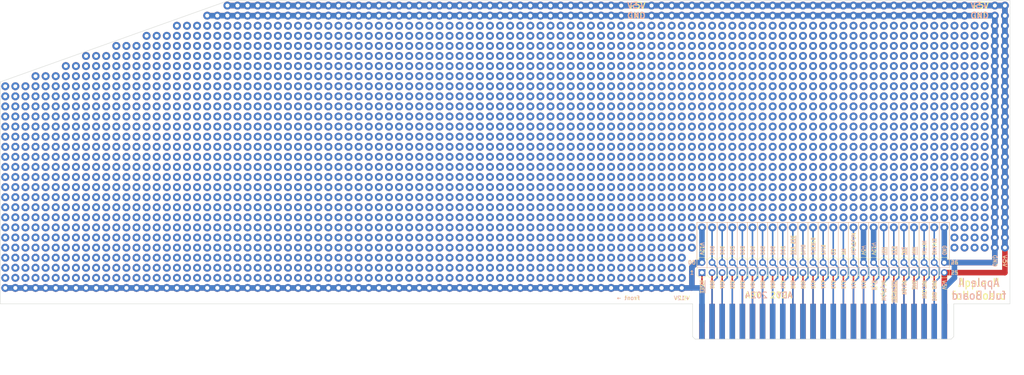
<source format=kicad_pcb>
(kicad_pcb (version 20211014) (generator pcbnew)
  (layers (0 "F.Cu" signal) (31 "B.Cu" signal) (34 "B.Paste" user) (35 "F.Paste" user) (36 "B.SilkS" user "B.Silkscreen") (37 "F.SilkS" user "F.Silkscreen") (38 "B.Mask" user) (39 "F.Mask" user) (44 "Edge.Cuts" user))
  (net 0 "")
  (net 1 "/~{IO_SELECT}")
  (net 2 "/A00")
  (net 3 "/A01")
  (net 4 "/A02")
  (net 5 "/A03")
  (net 6 "/A04")
  (net 7 "/A05")
  (net 8 "/A06")
  (net 9 "/A07")
  (net 10 "/A08")
  (net 11 "/A09")
  (net 12 "/A10")
  (net 13 "/A11")
  (net 14 "/A12")
  (net 15 "/A13")
  (net 16 "/A14")
  (net 17 "/A15")
  (net 18 "/R{slash}~{W}")
  (net 19 "/NC{slash}Sync")
  (net 20 "/~{IO_STROBE}")
  (net 21 "/RDY")
  (net 22 "/~{DMA}")
  (net 23 "/INT_OUT")
  (net 24 "/DMA_OUT")
  (net 25 "+5V")
  (net 26 "GND")
  (net 27 "/DMA_IN")
  (net 28 "/INT_IN")
  (net 29 "/~{NMI}")
  (net 30 "/~{IRQ}")
  (net 31 "/~{RES}")
  (net 32 "/~{INH}")
  (net 33 "-12V")
  (net 34 "-5V")
  (net 35 "/NC{slash}Color")
  (net 36 "/7M")
  (net 37 "/Q3")
  (net 38 "/Phi0")
  (net 39 "/USER_1")
  (net 40 "/Phi1")
  (net 41 "/~{DEVICE_SELECT}")
  (net 42 "/D07")
  (net 43 "/D06")
  (net 44 "/D05")
  (net 45 "/D04")
  (net 46 "/D03")
  (net 47 "/D02")
  (net 48 "/D01")
  (net 49 "/D00")
  (net 50 "+12V")
  (footprint "Apple2:PinHeader_2x25_P2.54mm_Vertical" (layer "F.Cu") (at 196.53 124.36 90)
    (fp_text reference "J2" hide)
    (fp_text value "Apple II Bus Card Pin Header" hide)
  )
  (footprint "Apple2:Protoboard 90x39" (layer "F.Cu") (at 176.21 128.215)
    (fp_text reference "REF**" hide)
    (fp_text value "Protoboard 29x39" hide)
  )
  (footprint "Apple2:Bus_Apple_II_Card" (layer "F.Cu") (at 196.53 136.66)
    (fp_text reference "J1" hide)
    (fp_text value "Apple II Bus Card Edge")
    (fp_line (start 63.33 -4.445) (end 66.04 -4.445) (layer "Edge.Cuts") (width 0.1))
    (fp_line (start -1.735 4.445) (end 62.695 4.445) (layer "Edge.Cuts") (width 0.1))
    (fp_line (start 62.695 4.445) (end 63.33 3.81) (layer "Edge.Cuts") (width 0.1))
    (fp_line (start -2.37 -4.445) (end -2.37 3.81) (layer "Edge.Cuts") (width 0.1))
    (fp_line (start -2.37 3.81) (end -1.735 4.445) (layer "Edge.Cuts") (width 0.1))
    (fp_line (start -5.08 -4.445) (end -2.37 -4.445) (layer "Edge.Cuts") (width 0.1))
    (fp_line (start 63.33 3.81) (end 63.33 -4.445) (layer "Edge.Cuts") (width 0.1))
  )
  (gr_line (start 210.5 123.09) (end 210.5 111.705) (layer "B.SilkS") (width 0.1))
  (gr_line (start 205.42 123.09) (end 205.42 111.705) (layer "B.SilkS") (width 0.1))
  (gr_line (start 223.2 123.09) (end 223.2 111.705) (layer "B.SilkS") (width 0.1))
  (gr_line (start 220.66 123.09) (end 220.66 111.705) (layer "B.SilkS") (width 0.1))
  (gr_line (start 197.8 123.09) (end 197.8 111.705) (layer "B.SilkS") (width 0.1))
  (gr_line (start 218.12 123.09) (end 218.12 111.705) (layer "B.SilkS") (width 0.1))
  (gr_line (start 195.26 111.705) (end 258.76 111.705) (layer "B.SilkS") (width 0.1))
  (gr_line (start 233.36 123.09) (end 233.36 111.705) (layer "B.SilkS") (width 0.1))
  (gr_line (start 200.34 123.09) (end 200.34 111.705) (layer "B.SilkS") (width 0.1))
  (gr_line (start 248.6 123.09) (end 248.6 111.705) (layer "B.SilkS") (width 0.1))
  (gr_line (start 246.06 123.09) (end 246.06 111.705) (layer "B.SilkS") (width 0.1))
  (gr_line (start 235.9 123.09) (end 235.9 111.705) (layer "B.SilkS") (width 0.1))
  (gr_line (start 202.88 123.09) (end 202.88 111.705) (layer "B.SilkS") (width 0.1))
  (gr_line (start 251.14 123.09) (end 251.14 111.705) (layer "B.SilkS") (width 0.1))
  (gr_line (start 253.68 123.09) (end 253.68 111.705) (layer "B.SilkS") (width 0.1))
  (gr_line (start 215.58 123.09) (end 215.58 111.705) (layer "B.SilkS") (width 0.1))
  (gr_line (start 213.04 123.09) (end 213.04 111.705) (layer "B.SilkS") (width 0.1))
  (gr_line (start 238.44 123.09) (end 238.44 111.705) (layer "B.SilkS") (width 0.1))
  (gr_line (start 195.26 123.09) (end 258.76 123.09) (layer "B.SilkS") (width 0.1))
  (gr_line (start 256.22 123.09) (end 256.22 111.705) (layer "B.SilkS") (width 0.1))
  (gr_line (start 195.26 123.09) (end 195.26 111.705) (layer "B.SilkS") (width 0.1))
  (gr_line (start 230.82 123.09) (end 230.82 111.705) (layer "B.SilkS") (width 0.1))
  (gr_line (start 240.98 123.09) (end 240.98 111.705) (layer "B.SilkS") (width 0.1))
  (gr_line (start 225.74 123.09) (end 225.74 111.705) (layer "B.SilkS") (width 0.1))
  (gr_line (start 228.28 123.09) (end 228.28 111.705) (layer "B.SilkS") (width 0.1))
  (gr_line (start 258.76 123.09) (end 258.76 111.705) (layer "B.SilkS") (width 0.1))
  (gr_line (start 243.52 123.09) (end 243.52 111.705) (layer "B.SilkS") (width 0.1))
  (gr_line (start 207.96 123.09) (end 207.96 111.705) (layer "B.SilkS") (width 0.1))
  (gr_line (start 240.98 121.185) (end 240.98 111.705) (layer "F.SilkS") (width 0.1))
  (gr_line (start 230.82 121.185) (end 230.82 111.705) (layer "F.SilkS") (width 0.1))
  (gr_line (start 243.52 121.185) (end 243.52 111.705) (layer "F.SilkS") (width 0.1))
  (gr_line (start 195.26 121.185) (end 195.26 111.705) (layer "F.SilkS") (width 0.1))
  (gr_line (start 258.76 121.185) (end 258.76 111.705) (layer "F.SilkS") (width 0.1))
  (gr_line (start 238.44 121.185) (end 238.44 111.705) (layer "F.SilkS") (width 0.1))
  (gr_line (start 197.8 121.185) (end 197.8 111.705) (layer "F.SilkS") (width 0.1))
  (gr_line (start 213.04 121.185) (end 213.04 111.705) (layer "F.SilkS") (width 0.1))
  (gr_line (start 220.66 121.185) (end 220.66 111.705) (layer "F.SilkS") (width 0.1))
  (gr_line (start 235.9 121.185) (end 235.9 111.705) (layer "F.SilkS") (width 0.1))
  (gr_line (start 228.28 121.185) (end 228.28 111.705) (layer "F.SilkS") (width 0.1))
  (gr_line (start 210.5 121.185) (end 210.5 111.705) (layer "F.SilkS") (width 0.1))
  (gr_line (start 223.2 121.185) (end 223.2 111.705) (layer "F.SilkS") (width 0.1))
  (gr_line (start 205.42 121.185) (end 205.42 111.705) (layer "F.SilkS") (width 0.1))
  (gr_line (start 218.12 121.185) (end 218.12 111.705) (layer "F.SilkS") (width 0.1))
  (gr_line (start 253.68 121.185) (end 253.68 111.705) (layer "F.SilkS") (width 0.1))
  (gr_line (start 195.26 111.705) (end 258.76 111.705) (layer "F.SilkS") (width 0.1))
  (gr_line (start 225.74 121.185) (end 225.74 111.705) (layer "F.SilkS") (width 0.1))
  (gr_line (start 248.6 121.185) (end 248.6 111.705) (layer "F.SilkS") (width 0.1))
  (gr_line (start 246.06 121.185) (end 246.06 111.705) (layer "F.SilkS") (width 0.1))
  (gr_line (start 200.34 121.185) (end 200.34 111.705) (layer "F.SilkS") (width 0.1))
  (gr_line (start 256.22 121.185) (end 256.22 111.705) (layer "F.SilkS") (width 0.1))
  (gr_line (start 233.36 121.185) (end 233.36 111.705) (layer "F.SilkS") (width 0.1))
  (gr_line (start 207.96 121.185) (end 207.96 111.705) (layer "F.SilkS") (width 0.1))
  (gr_line (start 215.58 121.185) (end 215.58 111.705) (layer "F.SilkS") (width 0.1))
  (gr_line (start 251.14 121.185) (end 251.14 111.705) (layer "F.SilkS") (width 0.1))
  (gr_line (start 202.88 121.185) (end 202.88 111.705) (layer "F.SilkS") (width 0.1))
  (gr_line (start 262.57 132.215) (end 274 132.215) (layer "Edge.Cuts") (width 0.1))
  (gr_line (start 20 76.335) (end 77.46 55.825) (layer "Edge.Cuts") (width 0.1))
  (gr_line (start 191.45 132.215) (end 20 132.215) (layer "Edge.Cuts") (width 0.1))
  (gr_line (start 20 132.215) (end 20 76.335) (layer "Edge.Cuts") (width 0.1))
  (gr_line (start 274 55.825) (end 77.46 55.825) (layer "Edge.Cuts") (width 0.1))
  (gr_line (start 274 132.215) (end 274 55.825) (layer "Edge.Cuts") (width 0.1))
  (gr_text "A00" (at 199.07 126.13 -90) (layer "B.SilkS") (effects (font (size 1 0.8)) (justify right mirror)))
  (gr_text "A07" (at 216.85 126.13 -90) (layer "B.SilkS") (effects (font (size 1 0.8)) (justify right mirror)))
  (gr_text "+5V" (at 266.38 57.095) (layer "B.SilkS") (effects (font (size 1.5 1.5) (thickness 0.3)) (justify mirror)))
  (gr_text "Apple II\nfull Board" (at 266.176 128.524) (layer "B.SilkS") (effects (font (size 2 1.8) (thickness 0.3)) (justify mirror)))
  (gr_text "+5V" (at 272.73 121.412 -90) (layer "B.SilkS") (effects (font (size 1 1)) (justify mirror)))
  (gr_text "A12" (at 229.55 126.13 -90) (layer "B.SilkS") (effects (font (size 1 0.8)) (justify right mirror)))
  (gr_text "R/~{W}" (at 239.71 126.13 -90) (layer "B.SilkS") (effects (font (size 1 0.8)) (justify right mirror)))
  (gr_text "D04" (at 209.23 120.05 -90) (layer "B.SilkS") (effects (font (size 1 0.8)) (justify left mirror)))
  (gr_text "GND" (at 257.49 120.05 -90) (layer "B.SilkS") (effects (font (size 1 0.8)) (justify left mirror)))
  (gr_text "~{IOSEL}" (at 196.53 126.13 -90) (layer "B.SilkS") (effects (font (size 1 0.8)) (justify right mirror)))
  (gr_text "7M" (at 232.09 120.05 -90) (layer "B.SilkS") (effects (font (size 1 0.8)) (justify left mirror)))
  (gr_text "DMA IN" (at 254.95 120.05 -90) (layer "B.SilkS") (effects (font (size 1 0.8)) (justify left mirror)))
  (gr_text "A15" (at 237.17 126.13 -90) (layer "B.SilkS") (effects (font (size 1 0.8)) (justify right mirror)))
  (gr_text "~{RES}" (at 244.79 120.05 -90) (layer "B.SilkS") (effects (font (size 1 0.8)) (justify left mirror)))
  (gr_text "1" (at 193.99 124.36) (layer "B.SilkS") (effects (font (size 1 1)) (justify mirror)))
  (gr_text "A11" (at 227.01 126.13 -90) (layer "B.SilkS") (effects (font (size 1 0.8)) (justify right mirror)))
  (gr_text "INT IN" (at 252.41 120.05 -90) (layer "B.SilkS") (effects (font (size 1 0.8)) (justify left mirror)))
  (gr_text "Front →" (at 174.94 130.755) (layer "B.SilkS") (effects (font (size 1 1)) (justify right mirror)))
  (gr_text "D00" (at 199.07 120.05 -90) (layer "B.SilkS") (effects (font (size 1 0.8)) (justify left mirror)))
  (gr_text "25" (at 260.08 124.36) (layer "B.SilkS") (effects (font (size 1 1)) (justify mirror)))
  (gr_text "READY" (at 247.33 126.13 -90) (layer "B.SilkS") (effects (font (size 1 0.8)) (justify right mirror)))
  (gr_text "GND" (at 266.38 59.635) (layer "B.SilkS") (effects (font (size 1.5 1.5) (thickness 0.3)) (justify mirror)))
  (gr_text "Phi1" (at 227.01 120.05 -90) (layer "B.SilkS") (effects (font (size 1 0.8)) (justify left mirror)))
  (gr_text "~{NMI}" (at 249.87 120.05 -90) (layer "B.SilkS") (effects (font (size 1 0.8)) (justify left mirror)))
  (gr_text "ADY  2024" (at 213.344 130.048) (layer "B.SilkS") (effects (font (size 1.5 1.5) (thickness 0.25)) (justify mirror)))
  (gr_text "D03" (at 206.69 120.05 -90) (layer "B.SilkS") (effects (font (size 1 0.8)) (justify left mirror)))
  (gr_text "+5V" (at 180.02 57.095) (layer "B.SilkS") (effects (font (size 1.5 1.5) (thickness 0.3)) (justify mirror)))
  (gr_text "USER 1" (at 224.47 120.05 -90) (layer "B.SilkS") (effects (font (size 1 0.8)) (justify left mirror)))
  (gr_text "~{DEV SEL}" (at 219.39 120.05 -90) (layer "B.SilkS") (effects (font (size 1 0.8)) (justify left mirror)))
  (gr_text "NC/Sync" (at 242.25 126.13 -90) (layer "B.SilkS") (effects (font (size 1 0.8)) (justify right mirror)))
  (gr_text "DMA OUT" (at 254.95 126.13 -90) (layer "B.SilkS") (effects (font (size 1 0.8)) (justify right mirror)))
  (gr_text "~{DMA}" (at 249.87 126.13 -90) (layer "B.SilkS") (effects (font (size 1 0.8)) (justify right mirror)))
  (gr_text "A02" (at 204.15 126.13 -90) (layer "B.SilkS") (effects (font (size 1 0.8)) (justify right mirror)))
  (gr_text "A09" (at 221.93 126.13 -90) (layer "B.SilkS") (effects (font (size 1 0.8)) (justify right mirror)))
  (gr_text "+12V" (at 196.53 120.05 -90) (layer "B.SilkS") (effects (font (size 1 0.8)) (justify left mirror)))
  (gr_text "A13" (at 232.09 126.13 -90) (layer "B.SilkS") (effects (font (size 1 0.8)) (justify right mirror)))
  (gr_text "A14" (at 234.63 126.13 -90) (layer "B.SilkS") (effects (font (size 1 0.8)) (justify right mirror)))
  (gr_text "D02" (at 204.15 120.05 -90) (layer "B.SilkS") (effects (font (size 1 0.8)) (justify left mirror)))
  (gr_text "Q3" (at 229.55 120.05 -90) (layer "B.SilkS") (effects (font (size 1 0.8)) (justify left mirror)))
  (gr_text "D07" (at 216.85 120.05 -90) (layer "B.SilkS") (effects (font (size 1 0.8)) (justify left mirror)))
  (gr_text "NC/Color" (at 234.63 120.05 -90) (layer "B.SilkS") (effects (font (size 1 0.8)) (justify left mirror)))
  (gr_text "Phi0" (at 221.93 120.05 -90) (layer "B.SilkS") (effects (font (size 1 0.8)) (justify left mirror)))
  (gr_text "GND" (at 180.02 59.635) (layer "B.SilkS") (effects (font (size 1.5 1.5) (thickness 0.3)) (justify mirror)))
  (gr_text "D05" (at 211.77 120.05 -90) (layer "B.SilkS") (effects (font (size 1 0.8)) (justify left mirror)))
  (gr_text "-5V" (at 237.17 120.05 -90) (layer "B.SilkS") (effects (font (size 1 0.8)) (justify left mirror)))
  (gr_text "A04" (at 209.23 126.13 -90) (layer "B.SilkS") (effects (font (size 1 0.8)) (justify right mirror)))
  (gr_text "D01" (at 201.61 120.05 -90) (layer "B.SilkS") (effects (font (size 1 0.8)) (justify left mirror)))
  (gr_text "A10" (at 224.47 126.13 -90) (layer "B.SilkS") (effects (font (size 1 0.8)) (justify right mirror)))
  (gr_text "A01" (at 201.61 126.13 -90) (layer "B.SilkS") (effects (font (size 1 0.8)) (justify right mirror)))
  (gr_text "~{IOSTROBE}" (at 244.79 126.13 -90) (layer "B.SilkS") (effects (font (size 1 0.8)) (justify right mirror)))
  (gr_text "+12V" (at 191.45 130.755) (layer "B.SilkS") (effects (font (size 1 1)) (justify mirror)))
  (gr_text "+5V" (at 257.49 126.13 -90) (layer "B.SilkS") (effects (font (size 1 0.8)) (justify right mirror)))
  (gr_text "A08" (at 219.39 126.13 -90) (layer "B.SilkS") (effects (font (size 1 0.8)) (justify right mirror)))
  (gr_text "~{INH}" (at 242.25 120.05 -90) (layer "B.SilkS") (effects (font (size 1 0.8)) (justify left mirror)))
  (gr_text "~{IRQ}" (at 247.33 120.05 -90) (layer "B.SilkS") (effects (font (size 1 0.8)) (justify left mirror)))
  (gr_text "50" (at 193.99 121.82) (layer "B.SilkS") (effects (font (size 1 1)) (justify mirror)))
  (gr_text "-12V" (at 239.71 120.05 -90) (layer "B.SilkS") (effects (font (size 1 0.8)) (justify left mirror)))
  (gr_text "D06" (at 214.31 120.05 -90) (layer "B.SilkS") (effects (font (size 1 0.8)) (justify left mirror)))
  (gr_text "26" (at 260.08 121.82) (layer "B.SilkS") (effects (font (size 1 1)) (justify mirror)))
  (gr_text "A06" (at 214.31 126.13 -90) (layer "B.SilkS") (effects (font (size 1 0.8)) (justify right mirror)))
  (gr_text "INT OUT" (at 252.41 126.13 -90) (layer "B.SilkS") (effects (font (size 1 0.8)) (justify right mirror)))
  (gr_text "A03" (at 206.69 126.13 -90) (layer "B.SilkS") (effects (font (size 1 0.8)) (justify right mirror)))
  (gr_text "GND" (at 270.19 121.412 -90) (layer "B.SilkS") (effects (font (size 1 1)) (justify mirror)))
  (gr_text "A05" (at 211.77 126.13 -90) (layer "B.SilkS") (effects (font (size 1 0.8)) (justify right mirror)))
  (gr_text "INT OUT" (at 252.41 126.13 -90) (layer "F.SilkS") (effects (font (size 1 0.8)) (justify left)))
  (gr_text "A10" (at 224.47 126.13 -90) (layer "F.SilkS") (effects (font (size 1 0.8)) (justify left)))
  (gr_text "USER 1" (at 224.47 120.05 -90) (layer "F.SilkS") (effects (font (size 1 0.8)) (justify right)))
  (gr_text "25" (at 260.08 124.36) (layer "F.SilkS") (effects (font (size 1 1))))
  (gr_text "-5V" (at 237.17 120.05 -90) (layer "F.SilkS") (effects (font (size 1 0.8)) (justify right)))
  (gr_text "NC/Color" (at 234.63 120.05 -90) (layer "F.SilkS") (effects (font (size 1 0.8)) (justify right)))
  (gr_text "A15" (at 237.17 126.13 -90) (layer "F.SilkS") (effects (font (size 1 0.8)) (justify left)))
  (gr_text "D07" (at 216.85 120.05 -90) (layer "F.SilkS") (effects (font (size 1 0.8)) (justify right)))
  (gr_text "-12V" (at 239.71 120.05 -90) (layer "F.SilkS") (effects (font (size 1 0.8)) (justify right)))
  (gr_text "A13" (at 232.09 126.13 -90) (layer "F.SilkS") (effects (font (size 1 0.8)) (justify left)))
  (gr_text "50" (at 193.99 121.82) (layer "F.SilkS") (effects (font (size 1 1))))
  (gr_text "+12V" (at 196.53 120.05 -90) (layer "F.SilkS") (effects (font (size 1 0.8)) (justify right)))
  (gr_text "Phi1" (at 227.01 120.05 -90) (layer "F.SilkS") (effects (font (size 1 0.8)) (justify right)))
  (gr_text "A01" (at 201.61 126.13 -90) (layer "F.SilkS") (effects (font (size 1 0.8)) (justify left)))
  (gr_text "GND" (at 270.19 121.412 -90) (layer "F.SilkS") (effects (font (size 1 1))))
  (gr_text "← Front" (at 174.94 130.755) (layer "F.SilkS") (effects (font (size 1 1)) (justify left)))
  (gr_text "ADY  2024" (at 213.344 130.048) (layer "F.SilkS") (effects (font (size 1.5 1.5) (thickness 0.25))))
  (gr_text "GND" (at 257.49 120.05 -90) (layer "F.SilkS") (effects (font (size 1 0.8)) (justify right)))
  (gr_text "~{INH}" (at 242.25 120.05 -90) (layer "F.SilkS") (effects (font (size 1 0.8)) (justify right)))
  (gr_text "7M" (at 232.09 120.05 -90) (layer "F.SilkS") (effects (font (size 1 0.8)) (justify right)))
  (gr_text "A04" (at 209.23 126.13 -90) (layer "F.SilkS") (effects (font (size 1 0.8)) (justify left)))
  (gr_text "~{DMA}" (at 249.87 126.13 -90) (layer "F.SilkS") (effects (font (size 1 0.8)) (justify left)))
  (gr_text "~{IOSTROBE}" (at 244.79 126.13 -90) (layer "F.SilkS") (effects (font (size 1 0.8)) (justify left)))
  (gr_text "+5V" (at 272.73 121.412 -90) (layer "F.SilkS") (effects (font (size 1 1))))
  (gr_text "A09" (at 221.93 126.13 -90) (layer "F.SilkS") (effects (font (size 1 0.8)) (justify left)))
  (gr_text "A14" (at 234.63 126.13 -90) (layer "F.SilkS") (effects (font (size 1 0.8)) (justify left)))
  (gr_text "~{IOSEL}" (at 196.53 126.13 -90) (layer "F.SilkS") (effects (font (size 1 0.8)) (justify left)))
  (gr_text "Phi0" (at 221.93 120.05 -90) (layer "F.SilkS") (effects (font (size 1 0.8)) (justify right)))
  (gr_text "INT IN" (at 252.41 120.05 -90) (layer "F.SilkS") (effects (font (size 1 0.8)) (justify right)))
  (gr_text "READY" (at 247.33 126.13 -90) (layer "F.SilkS") (effects (font (size 1 0.8)) (justify left)))
  (gr_text "D05" (at 211.77 120.05 -90) (layer "F.SilkS") (effects (font (size 1 0.8)) (justify right)))
  (gr_text "A12" (at 229.55 126.13 -90) (layer "F.SilkS") (effects (font (size 1 0.8)) (justify left)))
  (gr_text "GND" (at 266.38 59.635) (layer "F.SilkS") (effects (font (size 1.5 1.5) (thickness 0.3))))
  (gr_text "DMA IN" (at 254.95 120.05 -90) (layer "F.SilkS") (effects (font (size 1 0.8)) (justify right)))
  (gr_text "1" (at 193.99 124.36) (layer "F.SilkS") (effects (font (size 1 1))))
  (gr_text "A06" (at 214.31 126.13 -90) (layer "F.SilkS") (effects (font (size 1 0.8)) (justify left)))
  (gr_text "D03" (at 206.69 120.05 -90) (layer "F.SilkS") (effects (font (size 1 0.8)) (justify right)))
  (gr_text "D06" (at 214.31 120.05 -90) (layer "F.SilkS") (effects (font (size 1 0.8)) (justify right)))
  (gr_text "A11" (at 227.01 126.13 -90) (layer "F.SilkS") (effects (font (size 1 0.8)) (justify left)))
  (gr_text "+5V" (at 266.38 57.095) (layer "F.SilkS") (effects (font (size 1.5 1.5) (thickness 0.3))))
  (gr_text "D01" (at 201.61 120.05 -90) (layer "F.SilkS") (effects (font (size 1 0.8)) (justify right)))
  (gr_text "NC/Sync" (at 242.25 126.13 -90) (layer "F.SilkS") (effects (font (size 1 0.8)) (justify left)))
  (gr_text "D04" (at 209.23 120.05 -90) (layer "F.SilkS") (effects (font (size 1 0.8)) (justify right)))
  (gr_text "A02" (at 204.15 126.13 -90) (layer "F.SilkS") (effects (font (size 1 0.8)) (justify left)))
  (gr_text "D00" (at 199.07 120.05 -90) (layer "F.SilkS") (effects (font (size 1 0.8)) (justify right)))
  (gr_text "~{NMI}" (at 249.87 120.05 -90) (layer "F.SilkS") (effects (font (size 1 0.8)) (justify right)))
  (gr_text "+5V" (at 180.02 57.095) (layer "F.SilkS") (effects (font (size 1.5 1.5) (thickness 0.3))))
  (gr_text "GND" (at 180.02 59.635) (layer "F.SilkS") (effects (font (size 1.5 1.5) (thickness 0.3))))
  (gr_text "~{RES}" (at 244.79 120.05 -90) (layer "F.SilkS") (effects (font (size 1 0.8)) (justify right)))
  (gr_text "A03" (at 206.69 126.13 -90) (layer "F.SilkS") (effects (font (size 1 0.8)) (justify left)))
  (gr_text "A07" (at 216.85 126.13 -90) (layer "F.SilkS") (effects (font (size 1 0.8)) (justify left)))
  (gr_text "+5V" (at 257.49 126.13 -90) (layer "F.SilkS") (effects (font (size 1 0.8)) (justify left)))
  (gr_text "A08" (at 219.39 126.13 -90) (layer "F.SilkS") (effects (font (size 1 0.8)) (justify left)))
  (gr_text "DMA OUT" (at 254.95 126.13 -90) (layer "F.SilkS") (effects (font (size 1 0.8)) (justify left)))
  (gr_text "~{IRQ}" (at 247.33 120.05 -90) (layer "F.SilkS") (effects (font (size 1 0.8)) (justify right)))
  (gr_text "A00" (at 199.07 126.13 -90) (layer "F.SilkS") (effects (font (size 1 0.8)) (justify left)))
  (gr_text "+12V" (at 191.45 130.755) (layer "F.SilkS") (effects (font (size 1 1))))
  (gr_text "R/~{W}" (at 239.71 126.13 -90) (layer "F.SilkS") (effects (font (size 1 0.8)) (justify left)))
  (gr_text "D02" (at 204.15 120.05 -90) (layer "F.SilkS") (effects (font (size 1 0.8)) (justify right)))
  (gr_text "Q3" (at 229.55 120.05 -90) (layer "F.SilkS") (effects (font (size 1 0.8)) (justify right)))
  (gr_text "Apple II\nfull Board" (at 266.176 128.524) (layer "F.SilkS") (effects (font (size 2 1.8) (thickness 0.3))))
  (gr_text "26" (at 260.08 121.82) (layer "F.SilkS") (effects (font (size 1 1))))
  (gr_text "A05" (at 211.77 126.13 -90) (layer "F.SilkS") (effects (font (size 1 0.8)) (justify left)))
  (gr_text "~{DEV SEL}" (at 219.39 120.05 -90) (layer "F.SilkS") (effects (font (size 1 0.8)) (justify right)))
  (segment (start 196.53 136.66) (end 196.53 124.36) (width 0.4) (layer "F.Cu") (net 1))
  (segment (start 199.07 136.66) (end 199.07 124.36) (width 0.4) (layer "F.Cu") (net 2))
  (segment (start 201.61 136.66) (end 201.61 124.36) (width 0.4) (layer "F.Cu") (net 3))
  (segment (start 204.15 136.66) (end 204.15 124.36) (width 0.4) (layer "F.Cu") (net 4))
  (segment (start 206.69 136.66) (end 206.69 124.36) (width 0.4) (layer "F.Cu") (net 5))
  (segment (start 209.23 136.66) (end 209.23 124.36) (width 0.4) (layer "F.Cu") (net 6))
  (segment (start 211.77 136.66) (end 211.77 124.36) (width 0.4) (layer "F.Cu") (net 7))
  (segment (start 214.31 136.66) (end 214.31 124.36) (width 0.4) (layer "F.Cu") (net 8))
  (segment (start 216.85 136.66) (end 216.85 124.36) (width 0.4) (layer "F.Cu") (net 9))
  (segment (start 219.39 136.66) (end 219.39 124.36) (width 0.4) (layer "F.Cu") (net 10))
  (segment (start 221.93 136.66) (end 221.93 124.36) (width 0.4) (layer "F.Cu") (net 11))
  (segment (start 224.47 136.66) (end 224.47 124.36) (width 0.4) (layer "F.Cu") (net 12))
  (segment (start 227.01 136.66) (end 227.01 124.36) (width 0.4) (layer "F.Cu") (net 13))
  (segment (start 229.55 136.66) (end 229.55 124.36) (width 0.4) (layer "F.Cu") (net 14))
  (segment (start 232.09 136.66) (end 232.09 124.36) (width 0.4) (layer "F.Cu") (net 15))
  (segment (start 234.63 136.66) (end 234.63 124.36) (width 0.4) (layer "F.Cu") (net 16))
  (segment (start 237.17 136.66) (end 237.17 124.36) (width 0.4) (layer "F.Cu") (net 17))
  (segment (start 239.71 136.66) (end 239.71 124.36) (width 0.4) (layer "F.Cu") (net 18))
  (segment (start 242.25 136.66) (end 242.25 124.36) (width 0.4) (layer "F.Cu") (net 19))
  (segment (start 244.79 136.66) (end 244.79 124.36) (width 0.4) (layer "F.Cu") (net 20))
  (segment (start 247.33 136.66) (end 247.33 124.36) (width 0.4) (layer "F.Cu") (net 21))
  (segment (start 249.87 136.66) (end 249.87 124.36) (width 0.4) (layer "F.Cu") (net 22))
  (segment (start 252.41 136.66) (end 252.41 124.36) (width 0.4) (layer "F.Cu") (net 23))
  (segment (start 254.95 136.66) (end 254.95 124.36) (width 0.4) (layer "F.Cu") (net 24))
  (segment (start 257.49 124.36) (end 272.73 124.36) (width 1.4) (layer "F.Cu") (net 25))
  (segment (start 272.73 124.36) (end 272.73 57.095) (width 1.4) (layer "F.Cu") (net 25))
  (segment (start 257.49 124.36) (end 257.49 136.66) (width 1.4) (layer "F.Cu") (net 25))
  (segment (start 77.15 57.095) (end 272.73 57.095) (width 1.4) (layer "F.Cu") (net 25))
  (segment (start 272.73 118.055) (end 272.73 57.095) (width 1.4) (layer "B.Cu") (net 25))
  (segment (start 77.15 57.095) (end 272.73 57.095) (width 1.4) (layer "B.Cu") (net 25))
  (segment (start 270.19 121.82) (end 270.19 59.635) (width 1.4) (layer "F.Cu") (net 26))
  (segment (start 257.49 121.82) (end 270.19 121.82) (width 1.4) (layer "F.Cu") (net 26))
  (segment (start 270.19 59.635) (end 72.07 59.635) (width 1.4) (layer "F.Cu") (net 26))
  (segment (start 257.49 128.215) (end 260.03 125.675) (width 1.4) (layer "B.Cu") (net 26))
  (segment (start 260.03 125.675) (end 260.03 121.82) (width 1.4) (layer "B.Cu") (net 26))
  (segment (start 257.49 136.66) (end 257.49 128.215) (width 1.4) (layer "B.Cu") (net 26))
  (segment (start 257.49 121.82) (end 270.19 121.82) (width 1.4) (layer "B.Cu") (net 26))
  (segment (start 270.19 59.635) (end 72.07 59.635) (width 1.4) (layer "B.Cu") (net 26))
  (segment (start 270.19 121.82) (end 270.19 59.635) (width 1.4) (layer "B.Cu") (net 26))
  (segment (start 257.49 112.975) (end 257.49 121.82) (width 1.4) (layer "B.Cu") (net 26))
  (segment (start 254.95 126.9) (end 256.22 125.63) (width 0.4) (layer "B.Cu") (net 27))
  (segment (start 256.22 123.09) (end 254.95 121.82) (width 0.4) (layer "B.Cu") (net 27))
  (segment (start 254.95 112.975) (end 254.95 121.82) (width 0.4) (layer "B.Cu") (net 27))
  (segment (start 254.95 136.66) (end 254.95 126.9) (width 0.4) (layer "B.Cu") (net 27))
  (segment (start 256.22 125.63) (end 256.22 123.09) (width 0.4) (layer "B.Cu") (net 27))
  (segment (start 253.68 123.09) (end 252.41 121.82) (width 0.4) (layer "B.Cu") (net 28))
  (segment (start 252.41 126.9) (end 253.68 125.63) (width 0.4) (layer "B.Cu") (net 28))
  (segment (start 252.41 112.975) (end 252.41 121.82) (width 0.4) (layer "B.Cu") (net 28))
  (segment (start 253.68 125.63) (end 253.68 123.09) (width 0.4) (layer "B.Cu") (net 28))
  (segment (start 252.41 136.66) (end 252.41 126.9) (width 0.4) (layer "B.Cu") (net 28))
  (segment (start 249.87 136.66) (end 249.87 126.9) (width 0.4) (layer "B.Cu") (net 29))
  (segment (start 249.87 126.9) (end 251.14 125.63) (width 0.4) (layer "B.Cu") (net 29))
  (segment (start 249.87 112.975) (end 249.87 121.82) (width 0.4) (layer "B.Cu") (net 29))
  (segment (start 251.14 123.09) (end 249.87 121.82) (width 0.4) (layer "B.Cu") (net 29))
  (segment (start 251.14 125.63) (end 251.14 123.09) (width 0.4) (layer "B.Cu") (net 29))
  (segment (start 247.33 126.9) (end 248.6 125.63) (width 0.4) (layer "B.Cu") (net 30))
  (segment (start 247.33 112.975) (end 247.33 121.82) (width 0.4) (layer "B.Cu") (net 30))
  (segment (start 248.6 123.09) (end 247.33 121.82) (width 0.4) (layer "B.Cu") (net 30))
  (segment (start 248.6 125.63) (end 248.6 123.09) (width 0.4) (layer "B.Cu") (net 30))
  (segment (start 247.33 136.66) (end 247.33 126.9) (width 0.4) (layer "B.Cu") (net 30))
  (segment (start 244.79 126.9) (end 246.06 125.63) (width 0.4) (layer "B.Cu") (net 31))
  (segment (start 244.79 136.66) (end 244.79 126.9) (width 0.4) (layer "B.Cu") (net 31))
  (segment (start 244.79 112.975) (end 244.79 121.82) (width 0.4) (layer "B.Cu") (net 31))
  (segment (start 246.06 123.09) (end 244.79 121.82) (width 0.4) (layer "B.Cu") (net 31))
  (segment (start 246.06 125.63) (end 246.06 123.09) (width 0.4) (layer "B.Cu") (net 31))
  (segment (start 243.52 123.09) (end 242.25 121.82) (width 0.4) (layer "B.Cu") (net 32))
  (segment (start 243.52 125.63) (end 243.52 123.09) (width 0.4) (layer "B.Cu") (net 32))
  (segment (start 242.25 112.975) (end 242.25 121.82) (width 0.4) (layer "B.Cu") (net 32))
  (segment (start 242.25 136.66) (end 242.25 126.9) (width 0.4) (layer "B.Cu") (net 32))
  (segment (start 242.25 126.9) (end 243.52 125.63) (width 0.4) (layer "B.Cu") (net 32))
  (segment (start 239.71 121.82) (end 239.71 112.975) (width 1.4) (layer "B.Cu") (net 33))
  (segment (start 239.71 126.9) (end 240.98 125.63) (width 0.4) (layer "B.Cu") (net 33))
  (segment (start 240.98 125.63) (end 240.98 123.09) (width 0.4) (layer "B.Cu") (net 33))
  (segment (start 240.98 123.09) (end 239.71 121.82) (width 0.4) (layer "B.Cu") (net 33))
  (segment (start 239.71 136.66) (end 239.71 126.9) (width 0.4) (layer "B.Cu") (net 33))
  (segment (start 237.17 126.9) (end 238.44 125.63) (width 0.4) (layer "B.Cu") (net 34))
  (segment (start 237.17 136.66) (end 237.17 126.9) (width 0.4) (layer "B.Cu") (net 34))
  (segment (start 238.44 123.09) (end 237.17 121.82) (width 0.4) (layer "B.Cu") (net 34))
  (segment (start 237.17 112.975) (end 237.17 121.82) (width 1.4) (layer "B.Cu") (net 34))
  (segment (start 238.44 125.63) (end 238.44 123.09) (width 0.4) (layer "B.Cu") (net 34))
  (segment (start 234.63 126.9) (end 235.9 125.63) (width 0.4) (layer "B.Cu") (net 35))
  (segment (start 234.63 112.975) (end 234.63 121.82) (width 0.4) (layer "B.Cu") (net 35))
  (segment (start 235.9 125.63) (end 235.9 123.09) (width 0.4) (layer "B.Cu") (net 35))
  (segment (start 234.63 136.66) (end 234.63 126.9) (width 0.4) (layer "B.Cu") (net 35))
  (segment (start 235.9 123.09) (end 234.63 121.82) (width 0.4) (layer "B.Cu") (net 35))
  (segment (start 233.36 123.09) (end 232.09 121.82) (width 0.4) (layer "B.Cu") (net 36))
  (segment (start 232.09 112.975) (end 232.09 121.82) (width 0.4) (layer "B.Cu") (net 36))
  (segment (start 232.09 126.9) (end 233.36 125.63) (width 0.4) (layer "B.Cu") (net 36))
  (segment (start 232.09 136.66) (end 232.09 126.9) (width 0.4) (layer "B.Cu") (net 36))
  (segment (start 233.36 125.63) (end 233.36 123.09) (width 0.4) (layer "B.Cu") (net 36))
  (segment (start 229.55 112.975) (end 229.55 121.82) (width 0.4) (layer "B.Cu") (net 37))
  (segment (start 229.55 126.9) (end 230.82 125.63) (width 0.4) (layer "B.Cu") (net 37))
  (segment (start 230.82 125.63) (end 230.82 123.09) (width 0.4) (layer "B.Cu") (net 37))
  (segment (start 229.55 136.66) (end 229.55 126.9) (width 0.4) (layer "B.Cu") (net 37))
  (segment (start 230.82 123.09) (end 229.55 121.82) (width 0.4) (layer "B.Cu") (net 37))
  (segment (start 223.2 123.09) (end 221.93 121.82) (width 0.4) (layer "B.Cu") (net 38))
  (segment (start 221.93 112.975) (end 221.93 121.82) (width 0.4) (layer "B.Cu") (net 38))
  (segment (start 223.2 125.63) (end 223.2 123.09) (width 0.4) (layer "B.Cu") (net 38))
  (segment (start 221.93 126.9) (end 223.2 125.63) (width 0.4) (layer "B.Cu") (net 38))
  (segment (start 221.93 136.66) (end 221.93 126.9) (width 0.4) (layer "B.Cu") (net 38))
  (segment (start 225.74 125.63) (end 225.74 123.09) (width 0.4) (layer "B.Cu") (net 39))
  (segment (start 224.47 136.66) (end 224.47 126.9) (width 0.4) (layer "B.Cu") (net 39))
  (segment (start 224.47 126.9) (end 225.74 125.63) (width 0.4) (layer "B.Cu") (net 39))
  (segment (start 224.47 112.975) (end 224.47 121.82) (width 0.4) (layer "B.Cu") (net 39))
  (segment (start 225.74 123.09) (end 224.47 121.82) (width 0.4) (layer "B.Cu") (net 39))
  (segment (start 227.01 136.66) (end 227.01 126.9) (width 0.4) (layer "B.Cu") (net 40))
  (segment (start 228.28 125.63) (end 228.28 123.09) (width 0.4) (layer "B.Cu") (net 40))
  (segment (start 227.01 126.9) (end 228.28 125.63) (width 0.4) (layer "B.Cu") (net 40))
  (segment (start 228.28 123.09) (end 227.01 121.82) (width 0.4) (layer "B.Cu") (net 40))
  (segment (start 227.01 112.975) (end 227.01 121.82) (width 0.4) (layer "B.Cu") (net 40))
  (segment (start 220.66 125.63) (end 220.66 123.09) (width 0.4) (layer "B.Cu") (net 41))
  (segment (start 219.39 136.66) (end 219.39 126.9) (width 0.4) (layer "B.Cu") (net 41))
  (segment (start 219.39 126.9) (end 220.66 125.63) (width 0.4) (layer "B.Cu") (net 41))
  (segment (start 219.39 112.975) (end 219.39 121.82) (width 0.4) (layer "B.Cu") (net 41))
  (segment (start 220.66 123.09) (end 219.39 121.82) (width 0.4) (layer "B.Cu") (net 41))
  (segment (start 216.85 126.9) (end 218.12 125.63) (width 0.4) (layer "B.Cu") (net 42))
  (segment (start 218.12 125.63) (end 218.12 123.09) (width 0.4) (layer "B.Cu") (net 42))
  (segment (start 216.85 136.66) (end 216.85 126.9) (width 0.4) (layer "B.Cu") (net 42))
  (segment (start 218.12 123.09) (end 216.85 121.82) (width 0.4) (layer "B.Cu") (net 42))
  (segment (start 216.85 112.975) (end 216.85 121.82) (width 0.4) (layer "B.Cu") (net 42))
  (segment (start 214.31 112.975) (end 214.31 121.82) (width 0.4) (layer "B.Cu") (net 43))
  (segment (start 214.31 126.9) (end 215.58 125.63) (width 0.4) (layer "B.Cu") (net 43))
  (segment (start 215.58 125.63) (end 215.58 123.09) (width 0.4) (layer "B.Cu") (net 43))
  (segment (start 214.31 136.66) (end 214.31 126.9) (width 0.4) (layer "B.Cu") (net 43))
  (segment (start 215.58 123.09) (end 214.31 121.82) (width 0.4) (layer "B.Cu") (net 43))
  (segment (start 211.77 112.975) (end 211.77 121.82) (width 0.4) (layer "B.Cu") (net 44))
  (segment (start 211.77 136.66) (end 211.77 126.9) (width 0.4) (layer "B.Cu") (net 44))
  (segment (start 213.04 125.63) (end 213.04 123.09) (width 0.4) (layer "B.Cu") (net 44))
  (segment (start 213.04 123.09) (end 211.77 121.82) (width 0.4) (layer "B.Cu") (net 44))
  (segment (start 211.77 126.9) (end 213.04 125.63) (width 0.4) (layer "B.Cu") (net 44))
  (segment (start 209.23 136.66) (end 209.23 126.9) (width 0.4) (layer "B.Cu") (net 45))
  (segment (start 210.5 123.09) (end 209.23 121.82) (width 0.4) (layer "B.Cu") (net 45))
  (segment (start 209.23 126.9) (end 210.5 125.63) (width 0.4) (layer "B.Cu") (net 45))
  (segment (start 209.23 112.975) (end 209.23 121.82) (width 0.4) (layer "B.Cu") (net 45))
  (segment (start 210.5 125.63) (end 210.5 123.09) (width 0.4) (layer "B.Cu") (net 45))
  (segment (start 206.69 136.66) (end 206.69 126.9) (width 0.4) (layer "B.Cu") (net 46))
  (segment (start 207.96 125.63) (end 207.96 123.09) (width 0.4) (layer "B.Cu") (net 46))
  (segment (start 206.69 112.975) (end 206.69 121.82) (width 0.4) (layer "B.Cu") (net 46))
  (segment (start 207.96 123.09) (end 206.69 121.82) (width 0.4) (layer "B.Cu") (net 46))
  (segment (start 206.69 126.9) (end 207.96 125.63) (width 0.4) (layer "B.Cu") (net 46))
  (segment (start 204.15 112.975) (end 204.15 121.82) (width 0.4) (layer "B.Cu") (net 47))
  (segment (start 205.42 125.63) (end 205.42 123.09) (width 0.4) (layer "B.Cu") (net 47))
  (segment (start 204.15 126.9) (end 205.42 125.63) (width 0.4) (layer "B.Cu") (net 47))
  (segment (start 205.42 123.09) (end 204.15 121.82) (width 0.4) (layer "B.Cu") (net 47))
  (segment (start 204.15 136.66) (end 204.15 126.9) (width 0.4) (layer "B.Cu") (net 47))
  (segment (start 201.61 136.66) (end 201.61 126.9) (width 0.4) (layer "B.Cu") (net 48))
  (segment (start 202.88 123.09) (end 201.61 121.82) (width 0.4) (layer "B.Cu") (net 48))
  (segment (start 201.61 126.9) (end 202.88 125.63) (width 0.4) (layer "B.Cu") (net 48))
  (segment (start 202.88 125.63) (end 202.88 123.09) (width 0.4) (layer "B.Cu") (net 48))
  (segment (start 201.61 112.975) (end 201.61 121.82) (width 0.4) (layer "B.Cu") (net 48))
  (segment (start 200.34 123.09) (end 199.07 121.82) (width 0.4) (layer "B.Cu") (net 49))
  (segment (start 199.07 112.975) (end 199.07 121.82) (width 0.4) (layer "B.Cu") (net 49))
  (segment (start 200.34 125.63) (end 200.34 123.09) (width 0.4) (layer "B.Cu") (net 49))
  (segment (start 199.07 136.66) (end 199.07 126.9) (width 0.4) (layer "B.Cu") (net 49))
  (segment (start 199.07 126.9) (end 200.34 125.63) (width 0.4) (layer "B.Cu") (net 49))
  (segment (start 196.53 121.82) (end 195.156 121.82) (width 1.4) (layer "F.Cu") (net 50))
  (segment (start 193.99 122.986) (end 193.99 128.215) (width 1.4) (layer "F.Cu") (net 50))
  (segment (start 193.99 128.215) (end 21.27 128.215) (width 1.4) (layer "F.Cu") (net 50))
  (segment (start 195.156 121.82) (end 193.99 122.986) (width 1.4) (layer "F.Cu") (net 50))
  (segment (start 196.53 112.975) (end 196.53 121.82) (width 1.4) (layer "B.Cu") (net 50))
  (segment (start 196.53 136.66) (end 196.53 128.215) (width 1.4) (layer "B.Cu") (net 50))
  (segment (start 196.53 128.215) (end 21.27 128.215) (width 1.4) (layer "B.Cu") (net 50))
  (segment (start 195.156 121.82) (end 193.99 122.986) (width 1.4) (layer "B.Cu") (net 50))
  (segment (start 196.53 121.82) (end 195.156 121.82) (width 1.4) (layer "B.Cu") (net 50))
  (segment (start 193.99 122.986) (end 193.99 128.215) (width 1.4) (layer "B.Cu") (net 50))
)
</source>
